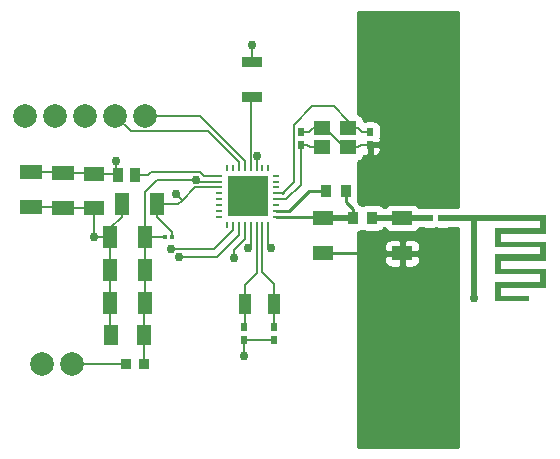
<source format=gbr>
G04 #@! TF.GenerationSoftware,KiCad,Pcbnew,(5.1.7)-1*
G04 #@! TF.CreationDate,2020-11-17T18:58:21-06:00*
G04 #@! TF.ProjectId,RFB,5246422e-6b69-4636-9164-5f7063625858,rev?*
G04 #@! TF.SameCoordinates,Original*
G04 #@! TF.FileFunction,Copper,L1,Top*
G04 #@! TF.FilePolarity,Positive*
%FSLAX46Y46*%
G04 Gerber Fmt 4.6, Leading zero omitted, Abs format (unit mm)*
G04 Created by KiCad (PCBNEW (5.1.7)-1) date 2020-11-17 18:58:21*
%MOMM*%
%LPD*%
G01*
G04 APERTURE LIST*
G04 #@! TA.AperFunction,EtchedComponent*
%ADD10C,0.100000*%
G04 #@! TD*
G04 #@! TA.AperFunction,SMDPad,CuDef*
%ADD11R,0.558800X0.660400*%
G04 #@! TD*
G04 #@! TA.AperFunction,SMDPad,CuDef*
%ADD12R,1.210000X1.860000*%
G04 #@! TD*
G04 #@! TA.AperFunction,SMDPad,CuDef*
%ADD13R,1.210000X1.770000*%
G04 #@! TD*
G04 #@! TA.AperFunction,SMDPad,CuDef*
%ADD14R,1.730000X0.970000*%
G04 #@! TD*
G04 #@! TA.AperFunction,SMDPad,CuDef*
%ADD15R,1.770000X1.210000*%
G04 #@! TD*
G04 #@! TA.AperFunction,SMDPad,CuDef*
%ADD16R,1.800000X1.150000*%
G04 #@! TD*
G04 #@! TA.AperFunction,SMDPad,CuDef*
%ADD17R,1.860000X1.210000*%
G04 #@! TD*
G04 #@! TA.AperFunction,SMDPad,CuDef*
%ADD18R,0.660400X0.558800*%
G04 #@! TD*
G04 #@! TA.AperFunction,ComponentPad*
%ADD19C,2.000000*%
G04 #@! TD*
G04 #@! TA.AperFunction,SMDPad,CuDef*
%ADD20R,0.965200X0.939800*%
G04 #@! TD*
G04 #@! TA.AperFunction,SMDPad,CuDef*
%ADD21R,0.900000X1.300000*%
G04 #@! TD*
G04 #@! TA.AperFunction,SMDPad,CuDef*
%ADD22R,0.890000X1.110000*%
G04 #@! TD*
G04 #@! TA.AperFunction,SMDPad,CuDef*
%ADD23R,0.380000X0.400000*%
G04 #@! TD*
G04 #@! TA.AperFunction,ComponentPad*
%ADD24C,0.400000*%
G04 #@! TD*
G04 #@! TA.AperFunction,SMDPad,CuDef*
%ADD25R,3.450000X3.450000*%
G04 #@! TD*
G04 #@! TA.AperFunction,SMDPad,CuDef*
%ADD26R,0.600000X0.250000*%
G04 #@! TD*
G04 #@! TA.AperFunction,SMDPad,CuDef*
%ADD27R,0.250000X0.600000*%
G04 #@! TD*
G04 #@! TA.AperFunction,SMDPad,CuDef*
%ADD28R,1.000000X1.800000*%
G04 #@! TD*
G04 #@! TA.AperFunction,SMDPad,CuDef*
%ADD29R,1.400000X1.200000*%
G04 #@! TD*
G04 #@! TA.AperFunction,ViaPad*
%ADD30C,0.762000*%
G04 #@! TD*
G04 #@! TA.AperFunction,Conductor*
%ADD31C,0.203200*%
G04 #@! TD*
G04 #@! TA.AperFunction,Conductor*
%ADD32C,0.250000*%
G04 #@! TD*
G04 #@! TA.AperFunction,Conductor*
%ADD33C,0.520700*%
G04 #@! TD*
G04 #@! TA.AperFunction,Conductor*
%ADD34C,0.254000*%
G04 #@! TD*
G04 #@! TA.AperFunction,Conductor*
%ADD35C,0.100000*%
G04 #@! TD*
G04 APERTURE END LIST*
D10*
G04 #@! TO.C,      *
G36*
X145983960Y-72555100D02*
G01*
X145983960Y-73190100D01*
X149803960Y-73190100D01*
X149803960Y-74841100D01*
X145983960Y-74841100D01*
X145983960Y-75476100D01*
X148396960Y-75476100D01*
X148396960Y-75954100D01*
X145475960Y-75954100D01*
X145475960Y-74303100D01*
X149285960Y-74303100D01*
X149285960Y-73668100D01*
X145475960Y-73668100D01*
X145475960Y-71957100D01*
X149285960Y-71957100D01*
X149285960Y-71382100D01*
X145475960Y-71382100D01*
X145475960Y-69731100D01*
X149285960Y-69731100D01*
X149285960Y-69126100D01*
X143951960Y-69126100D01*
X143951960Y-75948100D01*
X143443960Y-75948100D01*
X143443960Y-69126100D01*
X142681960Y-69126100D01*
X142681960Y-68618100D01*
X149803360Y-68618100D01*
X149803360Y-70269100D01*
X145983960Y-70269100D01*
X145983960Y-70904100D01*
X149803960Y-70904100D01*
X149803960Y-72555100D01*
X145983960Y-72555100D01*
G37*
G04 #@! TD*
D11*
G04 #@! TO.P,C16,1*
G04 #@! TO.N,Net-(C16-Pad1)*
X129070400Y-62687900D03*
G04 #@! TO.P,C16,2*
G04 #@! TO.N,GND*
X129070400Y-61595700D03*
G04 #@! TD*
G04 #@! TO.P,C15,1*
G04 #@! TO.N,Net-(C15-Pad1)*
X134912400Y-61595700D03*
G04 #@! TO.P,C15,2*
G04 #@! TO.N,GND*
X134912400Y-62687900D03*
G04 #@! TD*
D12*
G04 #@! TO.P,C1,2*
G04 #@! TO.N,GND*
X112919400Y-70510800D03*
G04 #@! TO.P,C1,1*
G04 #@! TO.N,/VDDS*
X115873400Y-70510800D03*
G04 #@! TD*
G04 #@! TO.P,C2,1*
G04 #@! TO.N,/nRESET*
X116868400Y-67745800D03*
G04 #@! TO.P,C2,2*
G04 #@! TO.N,GND*
X113914400Y-67745800D03*
G04 #@! TD*
G04 #@! TO.P,C3,1*
G04 #@! TO.N,/VDDS*
X115873400Y-73290800D03*
G04 #@! TO.P,C3,2*
G04 #@! TO.N,GND*
X112919400Y-73290800D03*
G04 #@! TD*
D13*
G04 #@! TO.P,C4,2*
G04 #@! TO.N,GND*
X112938400Y-78770800D03*
G04 #@! TO.P,C4,1*
G04 #@! TO.N,/VDDS*
X115794400Y-78770800D03*
G04 #@! TD*
D14*
G04 #@! TO.P,C5,2*
G04 #@! TO.N,GND*
X124890400Y-55650800D03*
G04 #@! TO.P,C5,1*
G04 #@! TO.N,Net-(C5-Pad1)*
X124890400Y-58610800D03*
G04 #@! TD*
D12*
G04 #@! TO.P,C6,2*
G04 #@! TO.N,GND*
X112909400Y-76060800D03*
G04 #@! TO.P,C6,1*
G04 #@! TO.N,/VDDS*
X115863400Y-76060800D03*
G04 #@! TD*
D11*
G04 #@! TO.P,C7,1*
G04 #@! TO.N,Net-(C7-Pad1)*
X126786400Y-78134700D03*
G04 #@! TO.P,C7,2*
G04 #@! TO.N,GND*
X126786400Y-79226900D03*
G04 #@! TD*
G04 #@! TO.P,C8,2*
G04 #@! TO.N,GND*
X124236400Y-79226900D03*
G04 #@! TO.P,C8,1*
G04 #@! TO.N,Net-(C8-Pad1)*
X124236400Y-78134700D03*
G04 #@! TD*
D15*
G04 #@! TO.P,C9,1*
G04 #@! TO.N,/VDDR*
X111572400Y-65164800D03*
G04 #@! TO.P,C9,2*
G04 #@! TO.N,GND*
X111572400Y-68020800D03*
G04 #@! TD*
D16*
G04 #@! TO.P,C10,2*
G04 #@! TO.N,GND*
X130909060Y-71882260D03*
G04 #@! TO.P,C10,1*
G04 #@! TO.N,Net-(C10-Pad1)*
X130909060Y-68882260D03*
G04 #@! TD*
D17*
G04 #@! TO.P,C11,1*
G04 #@! TO.N,/VDDR*
X108916400Y-65093800D03*
G04 #@! TO.P,C11,2*
G04 #@! TO.N,GND*
X108916400Y-68047800D03*
G04 #@! TD*
D16*
G04 #@! TO.P,C12,1*
G04 #@! TO.N,Net-(C12-Pad1)*
X137634980Y-68877180D03*
G04 #@! TO.P,C12,2*
G04 #@! TO.N,GND*
X137634980Y-71877180D03*
G04 #@! TD*
D17*
G04 #@! TO.P,C13,2*
G04 #@! TO.N,GND*
X106201400Y-67982800D03*
G04 #@! TO.P,C13,1*
G04 #@! TO.N,/VDDR*
X106201400Y-65028800D03*
G04 #@! TD*
D18*
G04 #@! TO.P,C14,2*
G04 #@! TO.N,Net-(C12-Pad1)*
X139928900Y-68875000D03*
G04 #@! TO.P,C14,1*
G04 #@! TO.N,Net-(AE1-Pad1)*
X141021100Y-68875000D03*
G04 #@! TD*
D19*
G04 #@! TO.P,J1,1*
G04 #@! TO.N,GND*
X107111400Y-81215800D03*
G04 #@! TO.P,J1,2*
G04 #@! TO.N,/VDD_EB*
X109651400Y-81215800D03*
G04 #@! TD*
D20*
G04 #@! TO.P,L1,2*
G04 #@! TO.N,/VDDS*
X115740700Y-81220800D03*
G04 #@! TO.P,L1,1*
G04 #@! TO.N,/VDD_EB*
X114242100Y-81220800D03*
G04 #@! TD*
D21*
G04 #@! TO.P,L2,1*
G04 #@! TO.N,/DCDC_SW*
X115016400Y-65270800D03*
G04 #@! TO.P,L2,2*
G04 #@! TO.N,/VDDR*
X113566400Y-65270800D03*
G04 #@! TD*
D22*
G04 #@! TO.P,L3,1*
G04 #@! TO.N,Net-(L3-Pad1)*
X131215200Y-66598800D03*
G04 #@! TO.P,L3,2*
G04 #@! TO.N,Net-(C10-Pad1)*
X132843200Y-66598800D03*
G04 #@! TD*
G04 #@! TO.P,L4,2*
G04 #@! TO.N,Net-(C12-Pad1)*
X135075860Y-68874640D03*
G04 #@! TO.P,L4,1*
G04 #@! TO.N,Net-(C10-Pad1)*
X133447860Y-68874640D03*
G04 #@! TD*
D23*
G04 #@! TO.P,R1,2*
G04 #@! TO.N,/nRESET*
X118103400Y-70474800D03*
G04 #@! TO.P,R1,1*
G04 #@! TO.N,/VDDS*
X117541400Y-70474800D03*
G04 #@! TD*
D24*
G04 #@! TO.P,TxRxMCU1,38*
G04 #@! TO.N,GND*
X123081400Y-67050800D03*
G04 #@! TO.P,TxRxMCU1,37*
X124556400Y-65575800D03*
G04 #@! TO.P,TxRxMCU1,36*
X126031400Y-67050800D03*
G04 #@! TO.P,TxRxMCU1,35*
X124556400Y-68525800D03*
G04 #@! TO.P,TxRxMCU1,34*
X124556400Y-67050800D03*
D25*
G04 #@! TO.P,TxRxMCU1,33*
X124556400Y-67050800D03*
D26*
G04 #@! TO.P,TxRxMCU1,24*
G04 #@! TO.N,Net-(TxRxMCU1-Pad24)*
X122156400Y-68800800D03*
G04 #@! TO.P,TxRxMCU1,23*
G04 #@! TO.N,Net-(TxRxMCU1-Pad23)*
X122156400Y-68300800D03*
G04 #@! TO.P,TxRxMCU1,22*
G04 #@! TO.N,Net-(TxRxMCU1-Pad22)*
X122156400Y-67800800D03*
G04 #@! TO.P,TxRxMCU1,21*
G04 #@! TO.N,Net-(TxRxMCU1-Pad21)*
X122156400Y-67300800D03*
G04 #@! TO.P,TxRxMCU1,20*
G04 #@! TO.N,Net-(TxRxMCU1-Pad20)*
X122156400Y-66800800D03*
G04 #@! TO.P,TxRxMCU1,19*
G04 #@! TO.N,/nRESET*
X122156400Y-66300800D03*
G04 #@! TO.P,TxRxMCU1,18*
G04 #@! TO.N,/VDDS*
X122156400Y-65800800D03*
G04 #@! TO.P,TxRxMCU1,17*
G04 #@! TO.N,/DCDC_SW*
X122156400Y-65300800D03*
G04 #@! TO.P,TxRxMCU1,8*
G04 #@! TO.N,Net-(TxRxMCU1-Pad8)*
X126956400Y-65300800D03*
G04 #@! TO.P,TxRxMCU1,7*
G04 #@! TO.N,Net-(TxRxMCU1-Pad7)*
X126956400Y-65800800D03*
G04 #@! TO.P,TxRxMCU1,6*
G04 #@! TO.N,Net-(TxRxMCU1-Pad6)*
X126956400Y-66300800D03*
G04 #@! TO.P,TxRxMCU1,5*
G04 #@! TO.N,Net-(C15-Pad1)*
X126956400Y-66800800D03*
G04 #@! TO.P,TxRxMCU1,4*
G04 #@! TO.N,Net-(C16-Pad1)*
X126956400Y-67300800D03*
G04 #@! TO.P,TxRxMCU1,3*
G04 #@! TO.N,Net-(TxRxMCU1-Pad3)*
X126956400Y-67800800D03*
G04 #@! TO.P,TxRxMCU1,2*
G04 #@! TO.N,Net-(L3-Pad1)*
X126956400Y-68300800D03*
G04 #@! TO.P,TxRxMCU1,1*
G04 #@! TO.N,Net-(C10-Pad1)*
X126956400Y-68800800D03*
D27*
G04 #@! TO.P,TxRxMCU1,32*
G04 #@! TO.N,/VDDR*
X126306400Y-69450800D03*
G04 #@! TO.P,TxRxMCU1,31*
G04 #@! TO.N,Net-(C7-Pad1)*
X125806400Y-69450800D03*
G04 #@! TO.P,TxRxMCU1,30*
G04 #@! TO.N,Net-(C8-Pad1)*
X125306400Y-69450800D03*
G04 #@! TO.P,TxRxMCU1,29*
G04 #@! TO.N,/VDDR*
X124806400Y-69450800D03*
G04 #@! TO.P,TxRxMCU1,28*
G04 #@! TO.N,/VDDS*
X124306400Y-69450800D03*
G04 #@! TO.P,TxRxMCU1,27*
G04 #@! TO.N,Net-(J2-Pad4)*
X123806400Y-69450800D03*
G04 #@! TO.P,TxRxMCU1,26*
G04 #@! TO.N,Net-(J2-Pad5)*
X123306400Y-69450800D03*
G04 #@! TO.P,TxRxMCU1,25*
G04 #@! TO.N,Net-(TxRxMCU1-Pad25)*
X122806400Y-69450800D03*
G04 #@! TO.P,TxRxMCU1,16*
G04 #@! TO.N,Net-(TxRxMCU1-Pad16)*
X122806400Y-64650800D03*
G04 #@! TO.P,TxRxMCU1,15*
G04 #@! TO.N,Net-(TxRxMCU1-Pad15)*
X123306400Y-64650800D03*
G04 #@! TO.P,TxRxMCU1,14*
G04 #@! TO.N,/JTAG_TCKS*
X123806400Y-64650800D03*
G04 #@! TO.P,TxRxMCU1,13*
G04 #@! TO.N,/JTAG_TMSC*
X124306400Y-64650800D03*
G04 #@! TO.P,TxRxMCU1,12*
G04 #@! TO.N,Net-(C5-Pad1)*
X124806400Y-64650800D03*
G04 #@! TO.P,TxRxMCU1,11*
G04 #@! TO.N,/VDDS*
X125306400Y-64650800D03*
G04 #@! TO.P,TxRxMCU1,10*
G04 #@! TO.N,Net-(TxRxMCU1-Pad10)*
X125806400Y-64650800D03*
G04 #@! TO.P,TxRxMCU1,9*
G04 #@! TO.N,Net-(TxRxMCU1-Pad9)*
X126306400Y-64650800D03*
G04 #@! TD*
D28*
G04 #@! TO.P,Y1,1*
G04 #@! TO.N,Net-(C7-Pad1)*
X126786400Y-76130800D03*
G04 #@! TO.P,Y1,2*
G04 #@! TO.N,Net-(C8-Pad1)*
X124286400Y-76130800D03*
G04 #@! TD*
D29*
G04 #@! TO.P,Y2,1*
G04 #@! TO.N,Net-(C15-Pad1)*
X133048400Y-61303800D03*
G04 #@! TO.P,Y2,2*
G04 #@! TO.N,GND*
X130848400Y-61303800D03*
G04 #@! TO.P,Y2,3*
G04 #@! TO.N,Net-(C16-Pad1)*
X130848400Y-62903800D03*
G04 #@! TO.P,Y2,4*
G04 #@! TO.N,GND*
X133048400Y-62903800D03*
G04 #@! TD*
D19*
G04 #@! TO.P,J2,5*
G04 #@! TO.N,Net-(J2-Pad5)*
X105711400Y-60235800D03*
G04 #@! TO.P,J2,4*
G04 #@! TO.N,Net-(J2-Pad4)*
X108251400Y-60235800D03*
G04 #@! TO.P,J2,3*
G04 #@! TO.N,/nRESET*
X110791400Y-60235800D03*
G04 #@! TO.P,J2,2*
G04 #@! TO.N,/JTAG_TCKS*
X113331400Y-60235800D03*
G04 #@! TO.P,J2,1*
G04 #@! TO.N,/JTAG_TMSC*
X115871400Y-60235800D03*
G04 #@! TD*
D30*
G04 #@! TO.N,GND*
X141732000Y-70104000D03*
X141732000Y-70866000D03*
X141732000Y-71628000D03*
X141732000Y-72390000D03*
X141732000Y-73152000D03*
X141732000Y-73914000D03*
X141732000Y-74676000D03*
X141732000Y-75438000D03*
X141732000Y-76200000D03*
X141732000Y-76962000D03*
X141732000Y-77724000D03*
X140970000Y-70104000D03*
X140208000Y-70104000D03*
X139446000Y-70104000D03*
X141732000Y-78486000D03*
X141732000Y-67056000D03*
X140970000Y-67056000D03*
X140208000Y-67056000D03*
X139446000Y-67056000D03*
X141732000Y-66294000D03*
X141732000Y-65532000D03*
X141732000Y-64770000D03*
X141732000Y-64008000D03*
X141732000Y-63246000D03*
X138684000Y-67056000D03*
X141732000Y-79248000D03*
X141732000Y-80010000D03*
X141732000Y-81534000D03*
X141732000Y-80772000D03*
X141732000Y-82296000D03*
X141732000Y-83820000D03*
X141732000Y-83058000D03*
X141732000Y-84582000D03*
X141732000Y-86106000D03*
X141732000Y-85344000D03*
X141732000Y-86868000D03*
X141732000Y-87630000D03*
X137922000Y-67056000D03*
X137160000Y-67056000D03*
X136398000Y-67056000D03*
X135636000Y-67056000D03*
X134874000Y-67056000D03*
X141732000Y-62484000D03*
X141732000Y-61722000D03*
X141732000Y-60960000D03*
X141732000Y-60198000D03*
X141732000Y-59436000D03*
X141732000Y-58674000D03*
X141732000Y-57150000D03*
X141732000Y-57912000D03*
X141732000Y-56388000D03*
X141732000Y-55626000D03*
X141732000Y-54864000D03*
X141732000Y-54102000D03*
X141732000Y-53340000D03*
X141732000Y-52578000D03*
X141732000Y-51816000D03*
X111531400Y-70495800D03*
X124890400Y-54226800D03*
X124236400Y-80590800D03*
X143687800Y-75641200D03*
G04 #@! TO.N,/VDDS*
X120201400Y-65685800D03*
X125311400Y-63635800D03*
X123401400Y-72315800D03*
G04 #@! TO.N,/nRESET*
X118471400Y-66855800D03*
G04 #@! TO.N,/VDDR*
X126521400Y-71415800D03*
X113366400Y-64030800D03*
X124601400Y-71415800D03*
G04 #@! TO.N,Net-(J2-Pad5)*
X118071400Y-71505800D03*
G04 #@! TO.N,Net-(J2-Pad4)*
X118771400Y-72215800D03*
G04 #@! TD*
D31*
G04 #@! TO.N,GND*
X108851400Y-67982800D02*
X108916400Y-68047800D01*
X106201400Y-67982800D02*
X108851400Y-67982800D01*
X111545400Y-68047800D02*
X111572400Y-68020800D01*
X108916400Y-68047800D02*
X111545400Y-68047800D01*
X112919400Y-70510800D02*
X112919400Y-73290800D01*
X112919400Y-76050800D02*
X112909400Y-76060800D01*
X112919400Y-73290800D02*
X112919400Y-76050800D01*
X112909400Y-78741800D02*
X112938400Y-78770800D01*
X112909400Y-76060800D02*
X112909400Y-78741800D01*
X124236400Y-79226900D02*
X126786400Y-79226900D01*
X112919400Y-70510800D02*
X112919400Y-69757800D01*
X113914400Y-68762800D02*
X113914400Y-67745800D01*
X112919400Y-69757800D02*
X113914400Y-68762800D01*
X133048400Y-62903800D02*
X133933400Y-62903800D01*
X134149300Y-62687900D02*
X134912400Y-62687900D01*
X133933400Y-62903800D02*
X134149300Y-62687900D01*
X130848400Y-61303800D02*
X130063400Y-61303800D01*
X129771500Y-61595700D02*
X129070400Y-61595700D01*
X130063400Y-61303800D02*
X129771500Y-61595700D01*
X124890400Y-55650800D02*
X124890400Y-54226800D01*
X124890400Y-54226800D02*
X124890400Y-54226800D01*
X132691282Y-62903800D02*
X133048400Y-62903800D01*
X131091282Y-61303800D02*
X132691282Y-62903800D01*
X130848400Y-61303800D02*
X131091282Y-61303800D01*
X111546400Y-70510800D02*
X111531400Y-70495800D01*
X112919400Y-70510800D02*
X111546400Y-70510800D01*
X111531400Y-68061800D02*
X111572400Y-68020800D01*
X111531400Y-70495800D02*
X111531400Y-68061800D01*
X124236400Y-79226900D02*
X124236400Y-80590800D01*
X124236400Y-80590800D02*
X124236400Y-80590800D01*
D32*
X130914140Y-71877180D02*
X130909060Y-71882260D01*
X134292080Y-71877180D02*
X130914140Y-71877180D01*
D31*
G04 #@! TO.N,/VDDS*
X115873400Y-70510800D02*
X115873400Y-73290800D01*
X115873400Y-76050800D02*
X115863400Y-76060800D01*
X115873400Y-73290800D02*
X115873400Y-76050800D01*
X115794400Y-76129800D02*
X115863400Y-76060800D01*
X115794400Y-78770800D02*
X115794400Y-76129800D01*
X115740700Y-78824500D02*
X115794400Y-78770800D01*
X115740700Y-81220800D02*
X115740700Y-78824500D01*
X117505400Y-70510800D02*
X117541400Y-70474800D01*
X115873400Y-70510800D02*
X117505400Y-70510800D01*
X125306400Y-63640800D02*
X125311400Y-63635800D01*
X125306400Y-64650800D02*
X125306400Y-63640800D01*
X124306400Y-70672430D02*
X123401400Y-71577430D01*
X124306400Y-69450800D02*
X124306400Y-70672430D01*
X123401400Y-71577430D02*
X123401400Y-72315800D01*
X123401400Y-72315800D02*
X123401400Y-72315800D01*
X120316400Y-65800800D02*
X120201400Y-65685800D01*
X122156400Y-65800800D02*
X120316400Y-65800800D01*
X116850518Y-65685800D02*
X120201400Y-65685800D01*
X115873400Y-66662918D02*
X116850518Y-65685800D01*
X115873400Y-70510800D02*
X115873400Y-66662918D01*
G04 #@! TO.N,/nRESET*
X116868400Y-68836600D02*
X116868400Y-67745800D01*
X118103400Y-70071600D02*
X116868400Y-68836600D01*
X118103400Y-70474800D02*
X118103400Y-70071600D01*
X116868400Y-67745800D02*
X118671400Y-67745800D01*
X120116400Y-66300800D02*
X122156400Y-66300800D01*
X119006400Y-67390800D02*
X119006400Y-67410800D01*
X118471400Y-66855800D02*
X119006400Y-67390800D01*
X119006400Y-67410800D02*
X120116400Y-66300800D01*
X118671400Y-67745800D02*
X119006400Y-67410800D01*
G04 #@! TO.N,Net-(C5-Pad1)*
X124806400Y-58694800D02*
X124890400Y-58610800D01*
X124806400Y-64650800D02*
X124806400Y-58694800D01*
G04 #@! TO.N,Net-(C7-Pad1)*
X126786400Y-76130800D02*
X126786400Y-78134700D01*
X126786400Y-76130800D02*
X126786400Y-74450800D01*
X125806400Y-73470800D02*
X125806400Y-69450800D01*
X126786400Y-74450800D02*
X125806400Y-73470800D01*
G04 #@! TO.N,Net-(C8-Pad1)*
X124286400Y-78084700D02*
X124236400Y-78134700D01*
X124286400Y-76130800D02*
X124286400Y-78084700D01*
X124286400Y-76130800D02*
X124286400Y-74560800D01*
X125306400Y-73540800D02*
X125306400Y-69450800D01*
X124286400Y-74560800D02*
X125306400Y-73540800D01*
G04 #@! TO.N,/VDDR*
X108851400Y-65028800D02*
X108916400Y-65093800D01*
X106201400Y-65028800D02*
X108851400Y-65028800D01*
X111501400Y-65093800D02*
X111572400Y-65164800D01*
X108916400Y-65093800D02*
X111501400Y-65093800D01*
X113260400Y-65164800D02*
X113366400Y-65270800D01*
X111572400Y-65164800D02*
X113260400Y-65164800D01*
X113366400Y-65270800D02*
X113366400Y-64030800D01*
X113366400Y-64030800D02*
X113366400Y-64030800D01*
X124806400Y-71210800D02*
X124601400Y-71415800D01*
X124806400Y-69450800D02*
X124806400Y-71210800D01*
X126306400Y-71200800D02*
X126521400Y-71415800D01*
X126306400Y-69450800D02*
X126306400Y-71200800D01*
D33*
G04 #@! TO.N,Net-(C10-Pad1)*
X130916680Y-68874640D02*
X130909060Y-68882260D01*
X133447860Y-68874640D02*
X130916680Y-68874640D01*
D32*
X130827600Y-68800800D02*
X130909060Y-68882260D01*
X126956400Y-68800800D02*
X130827600Y-68800800D01*
X133447860Y-68874640D02*
X133447860Y-68162240D01*
X132843200Y-67557580D02*
X132843200Y-66598800D01*
X133447860Y-68162240D02*
X132843200Y-67557580D01*
D33*
G04 #@! TO.N,Net-(C12-Pad1)*
X137637160Y-68875000D02*
X137634980Y-68877180D01*
X139928900Y-68875000D02*
X137637160Y-68875000D01*
X135078400Y-68877180D02*
X135075860Y-68874640D01*
X137634980Y-68877180D02*
X135078400Y-68877180D01*
G04 #@! TO.N,Net-(AE1-Pad1)*
X141021100Y-68875000D02*
X142966800Y-68875000D01*
D31*
G04 #@! TO.N,/VDD_EB*
X109656400Y-81220800D02*
X109651400Y-81215800D01*
X114242100Y-81220800D02*
X109656400Y-81220800D01*
G04 #@! TO.N,Net-(J2-Pad5)*
X123306400Y-69918682D02*
X123306400Y-69450800D01*
X121719282Y-71505800D02*
X123306400Y-69918682D01*
X121719282Y-71505800D02*
X118071400Y-71505800D01*
X118071400Y-71505800D02*
X118071400Y-71505800D01*
G04 #@! TO.N,Net-(J2-Pad4)*
X123806400Y-70330800D02*
X123806400Y-69450800D01*
X121921400Y-72215800D02*
X123806400Y-70330800D01*
X121921400Y-72215800D02*
X118771400Y-72215800D01*
X118771400Y-72215800D02*
X118771400Y-72215800D01*
G04 #@! TO.N,/JTAG_TCKS*
X123806400Y-64182918D02*
X123806400Y-64650800D01*
X121160883Y-61537401D02*
X123806400Y-64182918D01*
X114633001Y-61537401D02*
X121160883Y-61537401D01*
X113331400Y-60235800D02*
X114633001Y-61537401D01*
G04 #@! TO.N,/JTAG_TMSC*
X124306400Y-64040800D02*
X124306400Y-64650800D01*
X120501400Y-60235800D02*
X124306400Y-64040800D01*
X115871400Y-60235800D02*
X120501400Y-60235800D01*
G04 #@! TO.N,/DCDC_SW*
X115396400Y-65300800D02*
X115366400Y-65270800D01*
X120538169Y-64984199D02*
X116393001Y-64984199D01*
X120854770Y-65300800D02*
X120538169Y-64984199D01*
X122156400Y-65300800D02*
X120854770Y-65300800D01*
X116106400Y-65270800D02*
X115366400Y-65270800D01*
X116393001Y-64984199D02*
X116106400Y-65270800D01*
D32*
G04 #@! TO.N,Net-(L3-Pad1)*
X131215200Y-66598800D02*
X129715260Y-66598800D01*
X128013260Y-68300800D02*
X126956400Y-68300800D01*
X129715260Y-66598800D02*
X128013260Y-68300800D01*
D31*
G04 #@! TO.N,Net-(C15-Pad1)*
X126956400Y-66800800D02*
X127459600Y-66800800D01*
X133048400Y-61303800D02*
X133899400Y-61303800D01*
X134191300Y-61595700D02*
X134912400Y-61595700D01*
X133899400Y-61303800D02*
X134191300Y-61595700D01*
X128465999Y-61005499D02*
X130035498Y-59436000D01*
X127509200Y-66800800D02*
X128465999Y-65844001D01*
X128465999Y-65844001D02*
X128465999Y-61005499D01*
D32*
X127459600Y-66800800D02*
X127509200Y-66800800D01*
D31*
X130035498Y-59436000D02*
X131826000Y-59436000D01*
X133048400Y-60658400D02*
X133048400Y-61303800D01*
X131826000Y-59436000D02*
X133048400Y-60658400D01*
G04 #@! TO.N,Net-(C16-Pad1)*
X126956400Y-67300800D02*
X127836400Y-67300800D01*
X129070400Y-66066800D02*
X129070400Y-62687900D01*
X127836400Y-67300800D02*
X129070400Y-66066800D01*
X129070400Y-62687900D02*
X129593500Y-62687900D01*
X129809400Y-62903800D02*
X130848400Y-62903800D01*
X129593500Y-62687900D02*
X129809400Y-62903800D01*
G04 #@! TD*
D34*
G04 #@! TO.N,GND*
X140566418Y-69780212D02*
X140690900Y-69792472D01*
X141351300Y-69792472D01*
X141475782Y-69780212D01*
X141508293Y-69770350D01*
X142367000Y-69770350D01*
X142367000Y-88240000D01*
X133934200Y-88240000D01*
X133934200Y-72452180D01*
X136096908Y-72452180D01*
X136109168Y-72576662D01*
X136145478Y-72696360D01*
X136204443Y-72806674D01*
X136283795Y-72903365D01*
X136380486Y-72982717D01*
X136490800Y-73041682D01*
X136610498Y-73077992D01*
X136734980Y-73090252D01*
X137349230Y-73087180D01*
X137507980Y-72928430D01*
X137507980Y-72004180D01*
X137761980Y-72004180D01*
X137761980Y-72928430D01*
X137920730Y-73087180D01*
X138534980Y-73090252D01*
X138659462Y-73077992D01*
X138779160Y-73041682D01*
X138889474Y-72982717D01*
X138986165Y-72903365D01*
X139065517Y-72806674D01*
X139124482Y-72696360D01*
X139160792Y-72576662D01*
X139173052Y-72452180D01*
X139169980Y-72162930D01*
X139011230Y-72004180D01*
X137761980Y-72004180D01*
X137507980Y-72004180D01*
X136258730Y-72004180D01*
X136099980Y-72162930D01*
X136096908Y-72452180D01*
X133934200Y-72452180D01*
X133934200Y-71302180D01*
X136096908Y-71302180D01*
X136099980Y-71591430D01*
X136258730Y-71750180D01*
X137507980Y-71750180D01*
X137507980Y-70825930D01*
X137761980Y-70825930D01*
X137761980Y-71750180D01*
X139011230Y-71750180D01*
X139169980Y-71591430D01*
X139173052Y-71302180D01*
X139160792Y-71177698D01*
X139124482Y-71058000D01*
X139065517Y-70947686D01*
X138986165Y-70850995D01*
X138889474Y-70771643D01*
X138779160Y-70712678D01*
X138659462Y-70676368D01*
X138534980Y-70664108D01*
X137920730Y-70667180D01*
X137761980Y-70825930D01*
X137507980Y-70825930D01*
X137349230Y-70667180D01*
X136734980Y-70664108D01*
X136610498Y-70676368D01*
X136490800Y-70712678D01*
X136380486Y-70771643D01*
X136283795Y-70850995D01*
X136204443Y-70947686D01*
X136145478Y-71058000D01*
X136109168Y-71177698D01*
X136096908Y-71302180D01*
X133934200Y-71302180D01*
X133934200Y-70063641D01*
X134017342Y-70055452D01*
X134137040Y-70019142D01*
X134247354Y-69960177D01*
X134261860Y-69948272D01*
X134276366Y-69960177D01*
X134386680Y-70019142D01*
X134506378Y-70055452D01*
X134630860Y-70067712D01*
X135520860Y-70067712D01*
X135645342Y-70055452D01*
X135765040Y-70019142D01*
X135875354Y-69960177D01*
X135972045Y-69880825D01*
X136051397Y-69784134D01*
X136057600Y-69772530D01*
X136186192Y-69772530D01*
X136204443Y-69806674D01*
X136283795Y-69903365D01*
X136380486Y-69982717D01*
X136490800Y-70041682D01*
X136610498Y-70077992D01*
X136734980Y-70090252D01*
X138534980Y-70090252D01*
X138659462Y-70077992D01*
X138779160Y-70041682D01*
X138889474Y-69982717D01*
X138986165Y-69903365D01*
X139065517Y-69806674D01*
X139084933Y-69770350D01*
X139441707Y-69770350D01*
X139474218Y-69780212D01*
X139598700Y-69792472D01*
X140259100Y-69792472D01*
X140383582Y-69780212D01*
X140475000Y-69752481D01*
X140566418Y-69780212D01*
G04 #@! TA.AperFunction,Conductor*
D35*
G36*
X140566418Y-69780212D02*
G01*
X140690900Y-69792472D01*
X141351300Y-69792472D01*
X141475782Y-69780212D01*
X141508293Y-69770350D01*
X142367000Y-69770350D01*
X142367000Y-88240000D01*
X133934200Y-88240000D01*
X133934200Y-72452180D01*
X136096908Y-72452180D01*
X136109168Y-72576662D01*
X136145478Y-72696360D01*
X136204443Y-72806674D01*
X136283795Y-72903365D01*
X136380486Y-72982717D01*
X136490800Y-73041682D01*
X136610498Y-73077992D01*
X136734980Y-73090252D01*
X137349230Y-73087180D01*
X137507980Y-72928430D01*
X137507980Y-72004180D01*
X137761980Y-72004180D01*
X137761980Y-72928430D01*
X137920730Y-73087180D01*
X138534980Y-73090252D01*
X138659462Y-73077992D01*
X138779160Y-73041682D01*
X138889474Y-72982717D01*
X138986165Y-72903365D01*
X139065517Y-72806674D01*
X139124482Y-72696360D01*
X139160792Y-72576662D01*
X139173052Y-72452180D01*
X139169980Y-72162930D01*
X139011230Y-72004180D01*
X137761980Y-72004180D01*
X137507980Y-72004180D01*
X136258730Y-72004180D01*
X136099980Y-72162930D01*
X136096908Y-72452180D01*
X133934200Y-72452180D01*
X133934200Y-71302180D01*
X136096908Y-71302180D01*
X136099980Y-71591430D01*
X136258730Y-71750180D01*
X137507980Y-71750180D01*
X137507980Y-70825930D01*
X137761980Y-70825930D01*
X137761980Y-71750180D01*
X139011230Y-71750180D01*
X139169980Y-71591430D01*
X139173052Y-71302180D01*
X139160792Y-71177698D01*
X139124482Y-71058000D01*
X139065517Y-70947686D01*
X138986165Y-70850995D01*
X138889474Y-70771643D01*
X138779160Y-70712678D01*
X138659462Y-70676368D01*
X138534980Y-70664108D01*
X137920730Y-70667180D01*
X137761980Y-70825930D01*
X137507980Y-70825930D01*
X137349230Y-70667180D01*
X136734980Y-70664108D01*
X136610498Y-70676368D01*
X136490800Y-70712678D01*
X136380486Y-70771643D01*
X136283795Y-70850995D01*
X136204443Y-70947686D01*
X136145478Y-71058000D01*
X136109168Y-71177698D01*
X136096908Y-71302180D01*
X133934200Y-71302180D01*
X133934200Y-70063641D01*
X134017342Y-70055452D01*
X134137040Y-70019142D01*
X134247354Y-69960177D01*
X134261860Y-69948272D01*
X134276366Y-69960177D01*
X134386680Y-70019142D01*
X134506378Y-70055452D01*
X134630860Y-70067712D01*
X135520860Y-70067712D01*
X135645342Y-70055452D01*
X135765040Y-70019142D01*
X135875354Y-69960177D01*
X135972045Y-69880825D01*
X136051397Y-69784134D01*
X136057600Y-69772530D01*
X136186192Y-69772530D01*
X136204443Y-69806674D01*
X136283795Y-69903365D01*
X136380486Y-69982717D01*
X136490800Y-70041682D01*
X136610498Y-70077992D01*
X136734980Y-70090252D01*
X138534980Y-70090252D01*
X138659462Y-70077992D01*
X138779160Y-70041682D01*
X138889474Y-69982717D01*
X138986165Y-69903365D01*
X139065517Y-69806674D01*
X139084933Y-69770350D01*
X139441707Y-69770350D01*
X139474218Y-69780212D01*
X139598700Y-69792472D01*
X140259100Y-69792472D01*
X140383582Y-69780212D01*
X140475000Y-69752481D01*
X140566418Y-69780212D01*
G37*
G04 #@! TD.AperFunction*
D34*
X142367000Y-67979650D02*
X141508293Y-67979650D01*
X141475782Y-67969788D01*
X141351300Y-67957528D01*
X140690900Y-67957528D01*
X140566418Y-67969788D01*
X140475000Y-67997519D01*
X140383582Y-67969788D01*
X140259100Y-67957528D01*
X139598700Y-67957528D01*
X139474218Y-67969788D01*
X139441707Y-67979650D01*
X139082602Y-67979650D01*
X139065517Y-67947686D01*
X138986165Y-67850995D01*
X138889474Y-67771643D01*
X138779160Y-67712678D01*
X138659462Y-67676368D01*
X138534980Y-67664108D01*
X136734980Y-67664108D01*
X136610498Y-67676368D01*
X136490800Y-67712678D01*
X136380486Y-67771643D01*
X136283795Y-67850995D01*
X136204443Y-67947686D01*
X136186192Y-67981830D01*
X136060315Y-67981830D01*
X136051397Y-67965146D01*
X135972045Y-67868455D01*
X135875354Y-67789103D01*
X135765040Y-67730138D01*
X135645342Y-67693828D01*
X135520860Y-67681568D01*
X134630860Y-67681568D01*
X134506378Y-67693828D01*
X134386680Y-67730138D01*
X134276366Y-67789103D01*
X134261860Y-67801008D01*
X134247354Y-67789103D01*
X134137040Y-67730138D01*
X134056315Y-67705650D01*
X133987861Y-67622239D01*
X133958862Y-67598440D01*
X133934200Y-67573778D01*
X133934200Y-64111011D01*
X133992580Y-64093302D01*
X134102894Y-64034337D01*
X134199585Y-63954985D01*
X134278937Y-63858294D01*
X134337902Y-63747980D01*
X134374212Y-63628282D01*
X134376851Y-63601486D01*
X134385934Y-63606398D01*
X134505452Y-63643294D01*
X134626650Y-63653100D01*
X134785400Y-63494350D01*
X134785400Y-62814900D01*
X135039400Y-62814900D01*
X135039400Y-63494350D01*
X135198150Y-63653100D01*
X135319348Y-63643294D01*
X135438866Y-63606398D01*
X135548890Y-63546893D01*
X135645191Y-63467068D01*
X135724069Y-63369989D01*
X135782492Y-63259387D01*
X135818214Y-63139513D01*
X135829864Y-63014972D01*
X135826800Y-62973650D01*
X135668050Y-62814900D01*
X135039400Y-62814900D01*
X134785400Y-62814900D01*
X134765400Y-62814900D01*
X134765400Y-62563972D01*
X135191800Y-62563972D01*
X135222992Y-62560900D01*
X135668050Y-62560900D01*
X135826800Y-62402150D01*
X135829864Y-62360828D01*
X135818214Y-62236287D01*
X135789970Y-62141506D01*
X135817612Y-62050382D01*
X135829872Y-61925900D01*
X135829872Y-61265500D01*
X135817612Y-61141018D01*
X135781302Y-61021320D01*
X135722337Y-60911006D01*
X135642985Y-60814315D01*
X135546294Y-60734963D01*
X135435980Y-60675998D01*
X135316282Y-60639688D01*
X135191800Y-60627428D01*
X134633000Y-60627428D01*
X134508518Y-60639688D01*
X134388820Y-60675998D01*
X134383988Y-60678581D01*
X134374212Y-60579318D01*
X134337902Y-60459620D01*
X134278937Y-60349306D01*
X134199585Y-60252615D01*
X134102894Y-60173263D01*
X133992580Y-60114298D01*
X133934200Y-60096589D01*
X133934200Y-51460000D01*
X142367000Y-51460000D01*
X142367000Y-67979650D01*
G04 #@! TA.AperFunction,Conductor*
D35*
G36*
X142367000Y-67979650D02*
G01*
X141508293Y-67979650D01*
X141475782Y-67969788D01*
X141351300Y-67957528D01*
X140690900Y-67957528D01*
X140566418Y-67969788D01*
X140475000Y-67997519D01*
X140383582Y-67969788D01*
X140259100Y-67957528D01*
X139598700Y-67957528D01*
X139474218Y-67969788D01*
X139441707Y-67979650D01*
X139082602Y-67979650D01*
X139065517Y-67947686D01*
X138986165Y-67850995D01*
X138889474Y-67771643D01*
X138779160Y-67712678D01*
X138659462Y-67676368D01*
X138534980Y-67664108D01*
X136734980Y-67664108D01*
X136610498Y-67676368D01*
X136490800Y-67712678D01*
X136380486Y-67771643D01*
X136283795Y-67850995D01*
X136204443Y-67947686D01*
X136186192Y-67981830D01*
X136060315Y-67981830D01*
X136051397Y-67965146D01*
X135972045Y-67868455D01*
X135875354Y-67789103D01*
X135765040Y-67730138D01*
X135645342Y-67693828D01*
X135520860Y-67681568D01*
X134630860Y-67681568D01*
X134506378Y-67693828D01*
X134386680Y-67730138D01*
X134276366Y-67789103D01*
X134261860Y-67801008D01*
X134247354Y-67789103D01*
X134137040Y-67730138D01*
X134056315Y-67705650D01*
X133987861Y-67622239D01*
X133958862Y-67598440D01*
X133934200Y-67573778D01*
X133934200Y-64111011D01*
X133992580Y-64093302D01*
X134102894Y-64034337D01*
X134199585Y-63954985D01*
X134278937Y-63858294D01*
X134337902Y-63747980D01*
X134374212Y-63628282D01*
X134376851Y-63601486D01*
X134385934Y-63606398D01*
X134505452Y-63643294D01*
X134626650Y-63653100D01*
X134785400Y-63494350D01*
X134785400Y-62814900D01*
X135039400Y-62814900D01*
X135039400Y-63494350D01*
X135198150Y-63653100D01*
X135319348Y-63643294D01*
X135438866Y-63606398D01*
X135548890Y-63546893D01*
X135645191Y-63467068D01*
X135724069Y-63369989D01*
X135782492Y-63259387D01*
X135818214Y-63139513D01*
X135829864Y-63014972D01*
X135826800Y-62973650D01*
X135668050Y-62814900D01*
X135039400Y-62814900D01*
X134785400Y-62814900D01*
X134765400Y-62814900D01*
X134765400Y-62563972D01*
X135191800Y-62563972D01*
X135222992Y-62560900D01*
X135668050Y-62560900D01*
X135826800Y-62402150D01*
X135829864Y-62360828D01*
X135818214Y-62236287D01*
X135789970Y-62141506D01*
X135817612Y-62050382D01*
X135829872Y-61925900D01*
X135829872Y-61265500D01*
X135817612Y-61141018D01*
X135781302Y-61021320D01*
X135722337Y-60911006D01*
X135642985Y-60814315D01*
X135546294Y-60734963D01*
X135435980Y-60675998D01*
X135316282Y-60639688D01*
X135191800Y-60627428D01*
X134633000Y-60627428D01*
X134508518Y-60639688D01*
X134388820Y-60675998D01*
X134383988Y-60678581D01*
X134374212Y-60579318D01*
X134337902Y-60459620D01*
X134278937Y-60349306D01*
X134199585Y-60252615D01*
X134102894Y-60173263D01*
X133992580Y-60114298D01*
X133934200Y-60096589D01*
X133934200Y-51460000D01*
X142367000Y-51460000D01*
X142367000Y-67979650D01*
G37*
G04 #@! TD.AperFunction*
G04 #@! TD*
M02*

</source>
